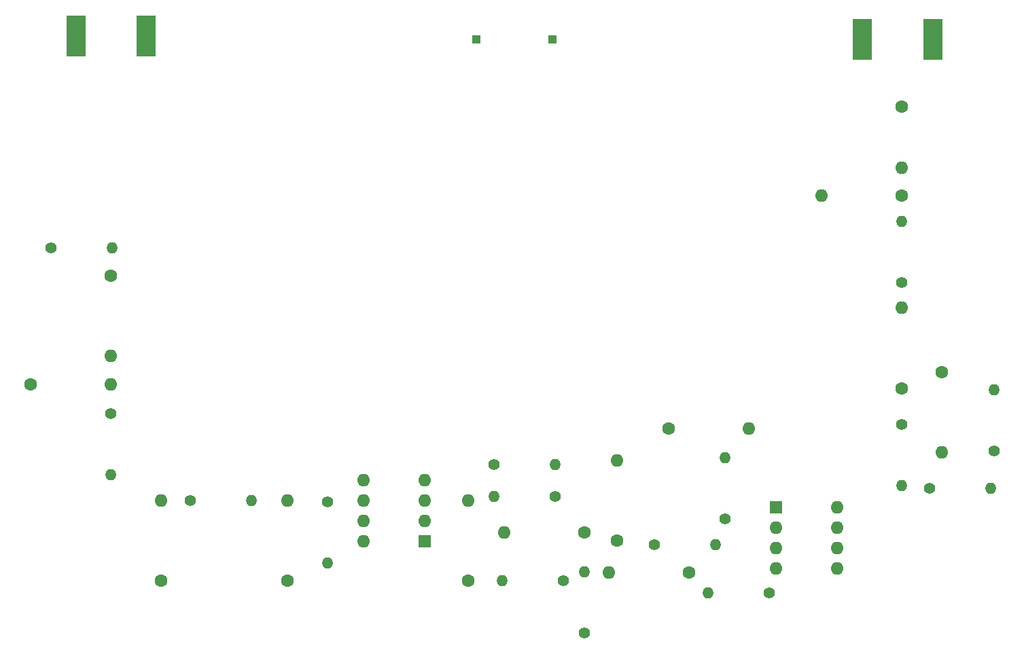
<source format=gbr>
%TF.GenerationSoftware,KiCad,Pcbnew,8.0.3*%
%TF.CreationDate,2024-09-19T11:22:37+05:30*%
%TF.ProjectId,VLF amplifier,564c4620-616d-4706-9c69-666965722e6b,rev?*%
%TF.SameCoordinates,Original*%
%TF.FileFunction,Soldermask,Bot*%
%TF.FilePolarity,Negative*%
%FSLAX46Y46*%
G04 Gerber Fmt 4.6, Leading zero omitted, Abs format (unit mm)*
G04 Created by KiCad (PCBNEW 8.0.3) date 2024-09-19 11:22:37*
%MOMM*%
%LPD*%
G01*
G04 APERTURE LIST*
%ADD10C,1.400000*%
%ADD11O,1.400000X1.400000*%
%ADD12C,1.600000*%
%ADD13O,1.600000X1.600000*%
%ADD14R,1.000000X1.000000*%
%ADD15R,2.420000X5.080000*%
%ADD16R,1.600000X1.600000*%
G04 APERTURE END LIST*
D10*
%TO.C,R11*%
X166310000Y-132500000D03*
D11*
X158690000Y-132500000D03*
%TD*%
D10*
%TO.C,R5*%
X220000000Y-116310000D03*
D11*
X220000000Y-108690000D03*
%TD*%
D10*
%TO.C,R3*%
X208500000Y-113000000D03*
D11*
X208500000Y-120620000D03*
%TD*%
D12*
%TO.C,C8*%
X154500000Y-132500000D03*
D13*
X154500000Y-122500000D03*
%TD*%
D10*
%TO.C,R15*%
X102500000Y-91000000D03*
D11*
X110120000Y-91000000D03*
%TD*%
D14*
%TO.C,J4*%
X165000000Y-65000000D03*
%TD*%
D12*
%TO.C,C1*%
X179500000Y-113500000D03*
D13*
X189500000Y-113500000D03*
%TD*%
D12*
%TO.C,C11*%
X110000000Y-94500000D03*
D13*
X110000000Y-104500000D03*
%TD*%
D12*
%TO.C,C12*%
X208500000Y-84500000D03*
D13*
X198500000Y-84500000D03*
%TD*%
D10*
%TO.C,R13*%
X119880000Y-122500000D03*
D11*
X127500000Y-122500000D03*
%TD*%
D10*
%TO.C,R1*%
X186500000Y-124810000D03*
D11*
X186500000Y-117190000D03*
%TD*%
D10*
%TO.C,R4*%
X208500000Y-95310000D03*
D11*
X208500000Y-87690000D03*
%TD*%
D10*
%TO.C,R2*%
X177690000Y-128000000D03*
D11*
X185310000Y-128000000D03*
%TD*%
D12*
%TO.C,C2*%
X173000000Y-127500000D03*
D13*
X173000000Y-117500000D03*
%TD*%
D10*
%TO.C,R8*%
X169000000Y-139000000D03*
D11*
X169000000Y-131380000D03*
%TD*%
D12*
%TO.C,C3*%
X213500000Y-106500000D03*
D13*
X213500000Y-116500000D03*
%TD*%
D10*
%TO.C,R7*%
X192000000Y-134000000D03*
D11*
X184380000Y-134000000D03*
%TD*%
D14*
%TO.C,J3*%
X155500000Y-65000000D03*
%TD*%
D10*
%TO.C,R6*%
X212000000Y-121000000D03*
D11*
X219620000Y-121000000D03*
%TD*%
D12*
%TO.C,C10*%
X100000000Y-108000000D03*
D13*
X110000000Y-108000000D03*
%TD*%
D15*
%TO.C,J2*%
X114380000Y-64560000D03*
X105620000Y-64560000D03*
%TD*%
%TO.C,J1*%
X212380000Y-65060000D03*
X203620000Y-65060000D03*
%TD*%
D12*
%TO.C,L1*%
X208500000Y-73380000D03*
D13*
X208500000Y-81000000D03*
%TD*%
D16*
%TO.C,U2*%
X149120000Y-127580000D03*
D13*
X149120000Y-125040000D03*
X149120000Y-122500000D03*
X149120000Y-119960000D03*
X141500000Y-119960000D03*
X141500000Y-122500000D03*
X141500000Y-125040000D03*
X141500000Y-127580000D03*
%TD*%
D12*
%TO.C,C9*%
X116190000Y-132500000D03*
D13*
X116190000Y-122500000D03*
%TD*%
D12*
%TO.C,C4*%
X208500000Y-108500000D03*
D13*
X208500000Y-98500000D03*
%TD*%
D16*
%TO.C,U1*%
X192880000Y-123380000D03*
D13*
X192880000Y-125920000D03*
X192880000Y-128460000D03*
X192880000Y-131000000D03*
X200500000Y-131000000D03*
X200500000Y-128460000D03*
X200500000Y-125920000D03*
X200500000Y-123380000D03*
%TD*%
D12*
%TO.C,C7*%
X132000000Y-132500000D03*
D13*
X132000000Y-122500000D03*
%TD*%
D12*
%TO.C,C5*%
X182000000Y-131500000D03*
D13*
X172000000Y-131500000D03*
%TD*%
D12*
%TO.C,C6*%
X169000000Y-126500000D03*
D13*
X159000000Y-126500000D03*
%TD*%
D10*
%TO.C,R9*%
X157690000Y-118000000D03*
D11*
X165310000Y-118000000D03*
%TD*%
D10*
%TO.C,R10*%
X165310000Y-122000000D03*
D11*
X157690000Y-122000000D03*
%TD*%
D10*
%TO.C,R14*%
X110000000Y-111690000D03*
D11*
X110000000Y-119310000D03*
%TD*%
D10*
%TO.C,R12*%
X137000000Y-122690000D03*
D11*
X137000000Y-130310000D03*
%TD*%
M02*

</source>
